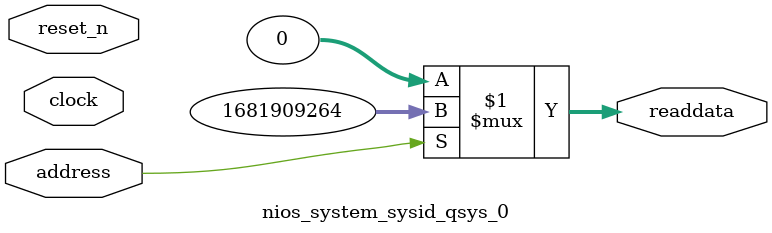
<source format=v>



// synthesis translate_off
`timescale 1ns / 1ps
// synthesis translate_on

// turn off superfluous verilog processor warnings 
// altera message_level Level1 
// altera message_off 10034 10035 10036 10037 10230 10240 10030 

module nios_system_sysid_qsys_0 (
               // inputs:
                address,
                clock,
                reset_n,

               // outputs:
                readdata
             )
;

  output  [ 31: 0] readdata;
  input            address;
  input            clock;
  input            reset_n;

  wire    [ 31: 0] readdata;
  //control_slave, which is an e_avalon_slave
  assign readdata = address ? 1681909264 : 0;

endmodule



</source>
